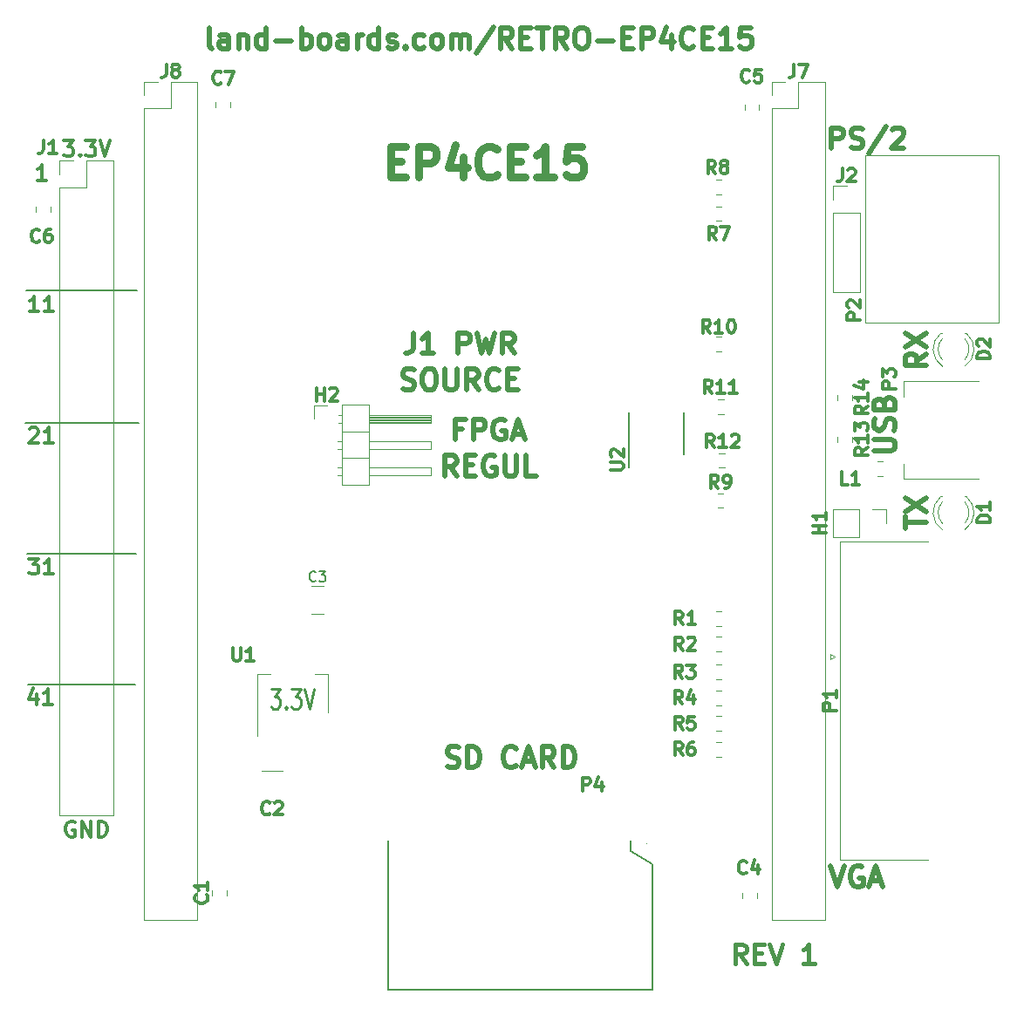
<source format=gbr>
G04 #@! TF.GenerationSoftware,KiCad,Pcbnew,(5.0.2)-1*
G04 #@! TF.CreationDate,2019-11-28T12:56:08-05:00*
G04 #@! TF.ProjectId,RETRO-EP4CE15,52455452-4f2d-4455-9034-434531352e6b,1*
G04 #@! TF.SameCoordinates,Original*
G04 #@! TF.FileFunction,Legend,Top*
G04 #@! TF.FilePolarity,Positive*
%FSLAX46Y46*%
G04 Gerber Fmt 4.6, Leading zero omitted, Abs format (unit mm)*
G04 Created by KiCad (PCBNEW (5.0.2)-1) date 11/28/2019 12:56:08 PM*
%MOMM*%
%LPD*%
G01*
G04 APERTURE LIST*
%ADD10C,0.500000*%
%ADD11C,0.300000*%
%ADD12C,0.200000*%
%ADD13C,0.285750*%
%ADD14C,0.750000*%
%ADD15C,0.381000*%
%ADD16C,0.120000*%
%ADD17C,0.150000*%
%ADD18C,0.010000*%
%ADD19C,0.317500*%
G04 APERTURE END LIST*
D10*
X52927571Y-50558142D02*
X52260904Y-50558142D01*
X52260904Y-51605761D02*
X52260904Y-49605761D01*
X53213285Y-49605761D01*
X53975190Y-51605761D02*
X53975190Y-49605761D01*
X54737095Y-49605761D01*
X54927571Y-49701000D01*
X55022809Y-49796238D01*
X55118047Y-49986714D01*
X55118047Y-50272428D01*
X55022809Y-50462904D01*
X54927571Y-50558142D01*
X54737095Y-50653380D01*
X53975190Y-50653380D01*
X57022809Y-49701000D02*
X56832333Y-49605761D01*
X56546619Y-49605761D01*
X56260904Y-49701000D01*
X56070428Y-49891476D01*
X55975190Y-50081952D01*
X55879952Y-50462904D01*
X55879952Y-50748619D01*
X55975190Y-51129571D01*
X56070428Y-51320047D01*
X56260904Y-51510523D01*
X56546619Y-51605761D01*
X56737095Y-51605761D01*
X57022809Y-51510523D01*
X57118047Y-51415285D01*
X57118047Y-50748619D01*
X56737095Y-50748619D01*
X57879952Y-51034333D02*
X58832333Y-51034333D01*
X57689476Y-51605761D02*
X58356142Y-49605761D01*
X59022809Y-51605761D01*
X52356142Y-55105761D02*
X51689476Y-54153380D01*
X51213285Y-55105761D02*
X51213285Y-53105761D01*
X51975190Y-53105761D01*
X52165666Y-53201000D01*
X52260904Y-53296238D01*
X52356142Y-53486714D01*
X52356142Y-53772428D01*
X52260904Y-53962904D01*
X52165666Y-54058142D01*
X51975190Y-54153380D01*
X51213285Y-54153380D01*
X53213285Y-54058142D02*
X53879952Y-54058142D01*
X54165666Y-55105761D02*
X53213285Y-55105761D01*
X53213285Y-53105761D01*
X54165666Y-53105761D01*
X56070428Y-53201000D02*
X55879952Y-53105761D01*
X55594238Y-53105761D01*
X55308523Y-53201000D01*
X55118047Y-53391476D01*
X55022809Y-53581952D01*
X54927571Y-53962904D01*
X54927571Y-54248619D01*
X55022809Y-54629571D01*
X55118047Y-54820047D01*
X55308523Y-55010523D01*
X55594238Y-55105761D01*
X55784714Y-55105761D01*
X56070428Y-55010523D01*
X56165666Y-54915285D01*
X56165666Y-54248619D01*
X55784714Y-54248619D01*
X57022809Y-53105761D02*
X57022809Y-54724809D01*
X57118047Y-54915285D01*
X57213285Y-55010523D01*
X57403761Y-55105761D01*
X57784714Y-55105761D01*
X57975190Y-55010523D01*
X58070428Y-54915285D01*
X58165666Y-54724809D01*
X58165666Y-53105761D01*
X60070428Y-55105761D02*
X59118047Y-55105761D01*
X59118047Y-53105761D01*
X97932761Y-43259333D02*
X96980380Y-43926000D01*
X97932761Y-44402190D02*
X95932761Y-44402190D01*
X95932761Y-43640285D01*
X96028000Y-43449809D01*
X96123238Y-43354571D01*
X96313714Y-43259333D01*
X96599428Y-43259333D01*
X96789904Y-43354571D01*
X96885142Y-43449809D01*
X96980380Y-43640285D01*
X96980380Y-44402190D01*
X95932761Y-42592666D02*
X97932761Y-41259333D01*
X95932761Y-41259333D02*
X97932761Y-42592666D01*
X95932761Y-60197809D02*
X95932761Y-59054952D01*
X97932761Y-59626380D02*
X95932761Y-59626380D01*
X95932761Y-58578761D02*
X97932761Y-57245428D01*
X95932761Y-57245428D02*
X97932761Y-58578761D01*
X48133571Y-41223761D02*
X48133571Y-42652333D01*
X48038333Y-42938047D01*
X47847857Y-43128523D01*
X47562142Y-43223761D01*
X47371666Y-43223761D01*
X50133571Y-43223761D02*
X48990714Y-43223761D01*
X49562142Y-43223761D02*
X49562142Y-41223761D01*
X49371666Y-41509476D01*
X49181190Y-41699952D01*
X48990714Y-41795190D01*
X52514523Y-43223761D02*
X52514523Y-41223761D01*
X53276428Y-41223761D01*
X53466904Y-41319000D01*
X53562142Y-41414238D01*
X53657380Y-41604714D01*
X53657380Y-41890428D01*
X53562142Y-42080904D01*
X53466904Y-42176142D01*
X53276428Y-42271380D01*
X52514523Y-42271380D01*
X54324047Y-41223761D02*
X54800238Y-43223761D01*
X55181190Y-41795190D01*
X55562142Y-43223761D01*
X56038333Y-41223761D01*
X57943095Y-43223761D02*
X57276428Y-42271380D01*
X56800238Y-43223761D02*
X56800238Y-41223761D01*
X57562142Y-41223761D01*
X57752619Y-41319000D01*
X57847857Y-41414238D01*
X57943095Y-41604714D01*
X57943095Y-41890428D01*
X57847857Y-42080904D01*
X57752619Y-42176142D01*
X57562142Y-42271380D01*
X56800238Y-42271380D01*
X47133571Y-46628523D02*
X47419285Y-46723761D01*
X47895476Y-46723761D01*
X48085952Y-46628523D01*
X48181190Y-46533285D01*
X48276428Y-46342809D01*
X48276428Y-46152333D01*
X48181190Y-45961857D01*
X48085952Y-45866619D01*
X47895476Y-45771380D01*
X47514523Y-45676142D01*
X47324047Y-45580904D01*
X47228809Y-45485666D01*
X47133571Y-45295190D01*
X47133571Y-45104714D01*
X47228809Y-44914238D01*
X47324047Y-44819000D01*
X47514523Y-44723761D01*
X47990714Y-44723761D01*
X48276428Y-44819000D01*
X49514523Y-44723761D02*
X49895476Y-44723761D01*
X50085952Y-44819000D01*
X50276428Y-45009476D01*
X50371666Y-45390428D01*
X50371666Y-46057095D01*
X50276428Y-46438047D01*
X50085952Y-46628523D01*
X49895476Y-46723761D01*
X49514523Y-46723761D01*
X49324047Y-46628523D01*
X49133571Y-46438047D01*
X49038333Y-46057095D01*
X49038333Y-45390428D01*
X49133571Y-45009476D01*
X49324047Y-44819000D01*
X49514523Y-44723761D01*
X51228809Y-44723761D02*
X51228809Y-46342809D01*
X51324047Y-46533285D01*
X51419285Y-46628523D01*
X51609761Y-46723761D01*
X51990714Y-46723761D01*
X52181190Y-46628523D01*
X52276428Y-46533285D01*
X52371666Y-46342809D01*
X52371666Y-44723761D01*
X54466904Y-46723761D02*
X53800238Y-45771380D01*
X53324047Y-46723761D02*
X53324047Y-44723761D01*
X54085952Y-44723761D01*
X54276428Y-44819000D01*
X54371666Y-44914238D01*
X54466904Y-45104714D01*
X54466904Y-45390428D01*
X54371666Y-45580904D01*
X54276428Y-45676142D01*
X54085952Y-45771380D01*
X53324047Y-45771380D01*
X56466904Y-46533285D02*
X56371666Y-46628523D01*
X56085952Y-46723761D01*
X55895476Y-46723761D01*
X55609761Y-46628523D01*
X55419285Y-46438047D01*
X55324047Y-46247571D01*
X55228809Y-45866619D01*
X55228809Y-45580904D01*
X55324047Y-45199952D01*
X55419285Y-45009476D01*
X55609761Y-44819000D01*
X55895476Y-44723761D01*
X56085952Y-44723761D01*
X56371666Y-44819000D01*
X56466904Y-44914238D01*
X57324047Y-45676142D02*
X57990714Y-45676142D01*
X58276428Y-46723761D02*
X57324047Y-46723761D01*
X57324047Y-44723761D01*
X58276428Y-44723761D01*
X88662190Y-92986361D02*
X89328857Y-94986361D01*
X89995523Y-92986361D01*
X91709809Y-93081600D02*
X91519333Y-92986361D01*
X91233619Y-92986361D01*
X90947904Y-93081600D01*
X90757428Y-93272076D01*
X90662190Y-93462552D01*
X90566952Y-93843504D01*
X90566952Y-94129219D01*
X90662190Y-94510171D01*
X90757428Y-94700647D01*
X90947904Y-94891123D01*
X91233619Y-94986361D01*
X91424095Y-94986361D01*
X91709809Y-94891123D01*
X91805047Y-94795885D01*
X91805047Y-94129219D01*
X91424095Y-94129219D01*
X92566952Y-94414933D02*
X93519333Y-94414933D01*
X92376476Y-94986361D02*
X93043142Y-92986361D01*
X93709809Y-94986361D01*
X51442123Y-83308723D02*
X51727838Y-83403961D01*
X52204028Y-83403961D01*
X52394504Y-83308723D01*
X52489742Y-83213485D01*
X52584980Y-83023009D01*
X52584980Y-82832533D01*
X52489742Y-82642057D01*
X52394504Y-82546819D01*
X52204028Y-82451580D01*
X51823076Y-82356342D01*
X51632600Y-82261104D01*
X51537361Y-82165866D01*
X51442123Y-81975390D01*
X51442123Y-81784914D01*
X51537361Y-81594438D01*
X51632600Y-81499200D01*
X51823076Y-81403961D01*
X52299266Y-81403961D01*
X52584980Y-81499200D01*
X53442123Y-83403961D02*
X53442123Y-81403961D01*
X53918314Y-81403961D01*
X54204028Y-81499200D01*
X54394504Y-81689676D01*
X54489742Y-81880152D01*
X54584980Y-82261104D01*
X54584980Y-82546819D01*
X54489742Y-82927771D01*
X54394504Y-83118247D01*
X54204028Y-83308723D01*
X53918314Y-83403961D01*
X53442123Y-83403961D01*
X58108790Y-83213485D02*
X58013552Y-83308723D01*
X57727838Y-83403961D01*
X57537361Y-83403961D01*
X57251647Y-83308723D01*
X57061171Y-83118247D01*
X56965933Y-82927771D01*
X56870695Y-82546819D01*
X56870695Y-82261104D01*
X56965933Y-81880152D01*
X57061171Y-81689676D01*
X57251647Y-81499200D01*
X57537361Y-81403961D01*
X57727838Y-81403961D01*
X58013552Y-81499200D01*
X58108790Y-81594438D01*
X58870695Y-82832533D02*
X59823076Y-82832533D01*
X58680219Y-83403961D02*
X59346885Y-81403961D01*
X60013552Y-83403961D01*
X61823076Y-83403961D02*
X61156409Y-82451580D01*
X60680219Y-83403961D02*
X60680219Y-81403961D01*
X61442123Y-81403961D01*
X61632600Y-81499200D01*
X61727838Y-81594438D01*
X61823076Y-81784914D01*
X61823076Y-82070628D01*
X61727838Y-82261104D01*
X61632600Y-82356342D01*
X61442123Y-82451580D01*
X60680219Y-82451580D01*
X62680219Y-83403961D02*
X62680219Y-81403961D01*
X63156409Y-81403961D01*
X63442123Y-81499200D01*
X63632600Y-81689676D01*
X63727838Y-81880152D01*
X63823076Y-82261104D01*
X63823076Y-82546819D01*
X63727838Y-82927771D01*
X63632600Y-83118247D01*
X63442123Y-83308723D01*
X63156409Y-83403961D01*
X62680219Y-83403961D01*
D11*
X14219514Y-22571971D02*
X15148085Y-22571971D01*
X14648085Y-23143400D01*
X14862371Y-23143400D01*
X15005228Y-23214828D01*
X15076657Y-23286257D01*
X15148085Y-23429114D01*
X15148085Y-23786257D01*
X15076657Y-23929114D01*
X15005228Y-24000542D01*
X14862371Y-24071971D01*
X14433800Y-24071971D01*
X14290942Y-24000542D01*
X14219514Y-23929114D01*
X15790942Y-23929114D02*
X15862371Y-24000542D01*
X15790942Y-24071971D01*
X15719514Y-24000542D01*
X15790942Y-23929114D01*
X15790942Y-24071971D01*
X16362371Y-22571971D02*
X17290942Y-22571971D01*
X16790942Y-23143400D01*
X17005228Y-23143400D01*
X17148085Y-23214828D01*
X17219514Y-23286257D01*
X17290942Y-23429114D01*
X17290942Y-23786257D01*
X17219514Y-23929114D01*
X17148085Y-24000542D01*
X17005228Y-24071971D01*
X16576657Y-24071971D01*
X16433800Y-24000542D01*
X16362371Y-23929114D01*
X17719514Y-22571971D02*
X18219514Y-24071971D01*
X18719514Y-22571971D01*
X15265542Y-88708800D02*
X15122685Y-88637371D01*
X14908400Y-88637371D01*
X14694114Y-88708800D01*
X14551257Y-88851657D01*
X14479828Y-88994514D01*
X14408400Y-89280228D01*
X14408400Y-89494514D01*
X14479828Y-89780228D01*
X14551257Y-89923085D01*
X14694114Y-90065942D01*
X14908400Y-90137371D01*
X15051257Y-90137371D01*
X15265542Y-90065942D01*
X15336971Y-89994514D01*
X15336971Y-89494514D01*
X15051257Y-89494514D01*
X15979828Y-90137371D02*
X15979828Y-88637371D01*
X16836971Y-90137371D01*
X16836971Y-88637371D01*
X17551257Y-90137371D02*
X17551257Y-88637371D01*
X17908400Y-88637371D01*
X18122685Y-88708800D01*
X18265542Y-88851657D01*
X18336971Y-88994514D01*
X18408400Y-89280228D01*
X18408400Y-89494514D01*
X18336971Y-89780228D01*
X18265542Y-89923085D01*
X18122685Y-90065942D01*
X17908400Y-90137371D01*
X17551257Y-90137371D01*
X11560228Y-76284971D02*
X11560228Y-77284971D01*
X11203085Y-75713542D02*
X10845942Y-76784971D01*
X11774514Y-76784971D01*
X13131657Y-77284971D02*
X12274514Y-77284971D01*
X12703085Y-77284971D02*
X12703085Y-75784971D01*
X12560228Y-75999257D01*
X12417371Y-76142114D01*
X12274514Y-76213542D01*
X10850714Y-63135771D02*
X11779285Y-63135771D01*
X11279285Y-63707200D01*
X11493571Y-63707200D01*
X11636428Y-63778628D01*
X11707857Y-63850057D01*
X11779285Y-63992914D01*
X11779285Y-64350057D01*
X11707857Y-64492914D01*
X11636428Y-64564342D01*
X11493571Y-64635771D01*
X11065000Y-64635771D01*
X10922142Y-64564342D01*
X10850714Y-64492914D01*
X13207857Y-64635771D02*
X12350714Y-64635771D01*
X12779285Y-64635771D02*
X12779285Y-63135771D01*
X12636428Y-63350057D01*
X12493571Y-63492914D01*
X12350714Y-63564342D01*
X10896742Y-50553228D02*
X10968171Y-50481800D01*
X11111028Y-50410371D01*
X11468171Y-50410371D01*
X11611028Y-50481800D01*
X11682457Y-50553228D01*
X11753885Y-50696085D01*
X11753885Y-50838942D01*
X11682457Y-51053228D01*
X10825314Y-51910371D01*
X11753885Y-51910371D01*
X13182457Y-51910371D02*
X12325314Y-51910371D01*
X12753885Y-51910371D02*
X12753885Y-50410371D01*
X12611028Y-50624657D01*
X12468171Y-50767514D01*
X12325314Y-50838942D01*
X11779285Y-39159571D02*
X10922142Y-39159571D01*
X11350714Y-39159571D02*
X11350714Y-37659571D01*
X11207857Y-37873857D01*
X11065000Y-38016714D01*
X10922142Y-38088142D01*
X13207857Y-39159571D02*
X12350714Y-39159571D01*
X12779285Y-39159571D02*
X12779285Y-37659571D01*
X12636428Y-37873857D01*
X12493571Y-38016714D01*
X12350714Y-38088142D01*
X12544371Y-26408771D02*
X11687228Y-26408771D01*
X12115800Y-26408771D02*
X12115800Y-24908771D01*
X11972942Y-25123057D01*
X11830085Y-25265914D01*
X11687228Y-25337342D01*
D12*
X21158200Y-75361800D02*
X10718800Y-75387200D01*
X21234400Y-62687200D02*
X10668000Y-62661800D01*
X21513800Y-49961800D02*
X10490200Y-49961800D01*
X21336000Y-37134800D02*
X10541000Y-37134800D01*
D10*
X92884761Y-52688809D02*
X94503809Y-52688809D01*
X94694285Y-52593571D01*
X94789523Y-52498333D01*
X94884761Y-52307857D01*
X94884761Y-51926904D01*
X94789523Y-51736428D01*
X94694285Y-51641190D01*
X94503809Y-51545952D01*
X92884761Y-51545952D01*
X94789523Y-50688809D02*
X94884761Y-50403095D01*
X94884761Y-49926904D01*
X94789523Y-49736428D01*
X94694285Y-49641190D01*
X94503809Y-49545952D01*
X94313333Y-49545952D01*
X94122857Y-49641190D01*
X94027619Y-49736428D01*
X93932380Y-49926904D01*
X93837142Y-50307857D01*
X93741904Y-50498333D01*
X93646666Y-50593571D01*
X93456190Y-50688809D01*
X93265714Y-50688809D01*
X93075238Y-50593571D01*
X92980000Y-50498333D01*
X92884761Y-50307857D01*
X92884761Y-49831666D01*
X92980000Y-49545952D01*
X93837142Y-48022142D02*
X93932380Y-47736428D01*
X94027619Y-47641190D01*
X94218095Y-47545952D01*
X94503809Y-47545952D01*
X94694285Y-47641190D01*
X94789523Y-47736428D01*
X94884761Y-47926904D01*
X94884761Y-48688809D01*
X92884761Y-48688809D01*
X92884761Y-48022142D01*
X92980000Y-47831666D01*
X93075238Y-47736428D01*
X93265714Y-47641190D01*
X93456190Y-47641190D01*
X93646666Y-47736428D01*
X93741904Y-47831666D01*
X93837142Y-48022142D01*
X93837142Y-48688809D01*
D13*
X34335961Y-75791785D02*
X35200771Y-75791785D01*
X34735104Y-76517500D01*
X34934676Y-76517500D01*
X35067723Y-76608214D01*
X35134247Y-76698928D01*
X35200771Y-76880357D01*
X35200771Y-77333928D01*
X35134247Y-77515357D01*
X35067723Y-77606071D01*
X34934676Y-77696785D01*
X34535533Y-77696785D01*
X34402485Y-77606071D01*
X34335961Y-77515357D01*
X35799485Y-77515357D02*
X35866009Y-77606071D01*
X35799485Y-77696785D01*
X35732961Y-77606071D01*
X35799485Y-77515357D01*
X35799485Y-77696785D01*
X36331676Y-75791785D02*
X37196485Y-75791785D01*
X36730819Y-76517500D01*
X36930390Y-76517500D01*
X37063438Y-76608214D01*
X37129961Y-76698928D01*
X37196485Y-76880357D01*
X37196485Y-77333928D01*
X37129961Y-77515357D01*
X37063438Y-77606071D01*
X36930390Y-77696785D01*
X36531247Y-77696785D01*
X36398200Y-77606071D01*
X36331676Y-77515357D01*
X37595628Y-75791785D02*
X38061295Y-77696785D01*
X38526961Y-75791785D01*
D10*
X88723809Y-23304761D02*
X88723809Y-21304761D01*
X89485714Y-21304761D01*
X89676190Y-21400000D01*
X89771428Y-21495238D01*
X89866666Y-21685714D01*
X89866666Y-21971428D01*
X89771428Y-22161904D01*
X89676190Y-22257142D01*
X89485714Y-22352380D01*
X88723809Y-22352380D01*
X90628571Y-23209523D02*
X90914285Y-23304761D01*
X91390476Y-23304761D01*
X91580952Y-23209523D01*
X91676190Y-23114285D01*
X91771428Y-22923809D01*
X91771428Y-22733333D01*
X91676190Y-22542857D01*
X91580952Y-22447619D01*
X91390476Y-22352380D01*
X91009523Y-22257142D01*
X90819047Y-22161904D01*
X90723809Y-22066666D01*
X90628571Y-21876190D01*
X90628571Y-21685714D01*
X90723809Y-21495238D01*
X90819047Y-21400000D01*
X91009523Y-21304761D01*
X91485714Y-21304761D01*
X91771428Y-21400000D01*
X94057142Y-21209523D02*
X92342857Y-23780952D01*
X94628571Y-21495238D02*
X94723809Y-21400000D01*
X94914285Y-21304761D01*
X95390476Y-21304761D01*
X95580952Y-21400000D01*
X95676190Y-21495238D01*
X95771428Y-21685714D01*
X95771428Y-21876190D01*
X95676190Y-22161904D01*
X94533333Y-23304761D01*
X95771428Y-23304761D01*
D14*
X45959285Y-24550714D02*
X46959285Y-24550714D01*
X47387857Y-26122142D02*
X45959285Y-26122142D01*
X45959285Y-23122142D01*
X47387857Y-23122142D01*
X48673571Y-26122142D02*
X48673571Y-23122142D01*
X49816428Y-23122142D01*
X50102142Y-23265000D01*
X50245000Y-23407857D01*
X50387857Y-23693571D01*
X50387857Y-24122142D01*
X50245000Y-24407857D01*
X50102142Y-24550714D01*
X49816428Y-24693571D01*
X48673571Y-24693571D01*
X52959285Y-24122142D02*
X52959285Y-26122142D01*
X52245000Y-22979285D02*
X51530714Y-25122142D01*
X53387857Y-25122142D01*
X56245000Y-25836428D02*
X56102142Y-25979285D01*
X55673571Y-26122142D01*
X55387857Y-26122142D01*
X54959285Y-25979285D01*
X54673571Y-25693571D01*
X54530714Y-25407857D01*
X54387857Y-24836428D01*
X54387857Y-24407857D01*
X54530714Y-23836428D01*
X54673571Y-23550714D01*
X54959285Y-23265000D01*
X55387857Y-23122142D01*
X55673571Y-23122142D01*
X56102142Y-23265000D01*
X56245000Y-23407857D01*
X57530714Y-24550714D02*
X58530714Y-24550714D01*
X58959285Y-26122142D02*
X57530714Y-26122142D01*
X57530714Y-23122142D01*
X58959285Y-23122142D01*
X61816428Y-26122142D02*
X60102142Y-26122142D01*
X60959285Y-26122142D02*
X60959285Y-23122142D01*
X60673571Y-23550714D01*
X60387857Y-23836428D01*
X60102142Y-23979285D01*
X64530714Y-23122142D02*
X63102142Y-23122142D01*
X62959285Y-24550714D01*
X63102142Y-24407857D01*
X63387857Y-24265000D01*
X64102142Y-24265000D01*
X64387857Y-24407857D01*
X64530714Y-24550714D01*
X64673571Y-24836428D01*
X64673571Y-25550714D01*
X64530714Y-25836428D01*
X64387857Y-25979285D01*
X64102142Y-26122142D01*
X63387857Y-26122142D01*
X63102142Y-25979285D01*
X62959285Y-25836428D01*
D15*
X80463571Y-102461785D02*
X79828571Y-101554642D01*
X79375000Y-102461785D02*
X79375000Y-100556785D01*
X80100714Y-100556785D01*
X80282142Y-100647500D01*
X80372857Y-100738214D01*
X80463571Y-100919642D01*
X80463571Y-101191785D01*
X80372857Y-101373214D01*
X80282142Y-101463928D01*
X80100714Y-101554642D01*
X79375000Y-101554642D01*
X81280000Y-101463928D02*
X81915000Y-101463928D01*
X82187142Y-102461785D02*
X81280000Y-102461785D01*
X81280000Y-100556785D01*
X82187142Y-100556785D01*
X82731428Y-100556785D02*
X83366428Y-102461785D01*
X84001428Y-100556785D01*
X87085714Y-102461785D02*
X85997142Y-102461785D01*
X86541428Y-102461785D02*
X86541428Y-100556785D01*
X86360000Y-100828928D01*
X86178571Y-101010357D01*
X85997142Y-101101071D01*
D10*
X28609999Y-13604761D02*
X28419523Y-13509523D01*
X28324285Y-13319047D01*
X28324285Y-11604761D01*
X30229047Y-13604761D02*
X30229047Y-12557142D01*
X30133809Y-12366666D01*
X29943333Y-12271428D01*
X29562380Y-12271428D01*
X29371904Y-12366666D01*
X30229047Y-13509523D02*
X30038571Y-13604761D01*
X29562380Y-13604761D01*
X29371904Y-13509523D01*
X29276666Y-13319047D01*
X29276666Y-13128571D01*
X29371904Y-12938095D01*
X29562380Y-12842857D01*
X30038571Y-12842857D01*
X30229047Y-12747619D01*
X31181428Y-12271428D02*
X31181428Y-13604761D01*
X31181428Y-12461904D02*
X31276666Y-12366666D01*
X31467142Y-12271428D01*
X31752857Y-12271428D01*
X31943333Y-12366666D01*
X32038571Y-12557142D01*
X32038571Y-13604761D01*
X33848095Y-13604761D02*
X33848095Y-11604761D01*
X33848095Y-13509523D02*
X33657619Y-13604761D01*
X33276666Y-13604761D01*
X33086190Y-13509523D01*
X32990952Y-13414285D01*
X32895714Y-13223809D01*
X32895714Y-12652380D01*
X32990952Y-12461904D01*
X33086190Y-12366666D01*
X33276666Y-12271428D01*
X33657619Y-12271428D01*
X33848095Y-12366666D01*
X34800476Y-12842857D02*
X36324285Y-12842857D01*
X37276666Y-13604761D02*
X37276666Y-11604761D01*
X37276666Y-12366666D02*
X37467142Y-12271428D01*
X37848095Y-12271428D01*
X38038571Y-12366666D01*
X38133809Y-12461904D01*
X38229047Y-12652380D01*
X38229047Y-13223809D01*
X38133809Y-13414285D01*
X38038571Y-13509523D01*
X37848095Y-13604761D01*
X37467142Y-13604761D01*
X37276666Y-13509523D01*
X39371904Y-13604761D02*
X39181428Y-13509523D01*
X39086190Y-13414285D01*
X38990952Y-13223809D01*
X38990952Y-12652380D01*
X39086190Y-12461904D01*
X39181428Y-12366666D01*
X39371904Y-12271428D01*
X39657619Y-12271428D01*
X39848095Y-12366666D01*
X39943333Y-12461904D01*
X40038571Y-12652380D01*
X40038571Y-13223809D01*
X39943333Y-13414285D01*
X39848095Y-13509523D01*
X39657619Y-13604761D01*
X39371904Y-13604761D01*
X41752857Y-13604761D02*
X41752857Y-12557142D01*
X41657619Y-12366666D01*
X41467142Y-12271428D01*
X41086190Y-12271428D01*
X40895714Y-12366666D01*
X41752857Y-13509523D02*
X41562380Y-13604761D01*
X41086190Y-13604761D01*
X40895714Y-13509523D01*
X40800476Y-13319047D01*
X40800476Y-13128571D01*
X40895714Y-12938095D01*
X41086190Y-12842857D01*
X41562380Y-12842857D01*
X41752857Y-12747619D01*
X42705238Y-13604761D02*
X42705238Y-12271428D01*
X42705238Y-12652380D02*
X42800476Y-12461904D01*
X42895714Y-12366666D01*
X43086190Y-12271428D01*
X43276666Y-12271428D01*
X44800476Y-13604761D02*
X44800476Y-11604761D01*
X44800476Y-13509523D02*
X44610000Y-13604761D01*
X44229047Y-13604761D01*
X44038571Y-13509523D01*
X43943333Y-13414285D01*
X43848095Y-13223809D01*
X43848095Y-12652380D01*
X43943333Y-12461904D01*
X44038571Y-12366666D01*
X44229047Y-12271428D01*
X44610000Y-12271428D01*
X44800476Y-12366666D01*
X45657619Y-13509523D02*
X45848095Y-13604761D01*
X46229047Y-13604761D01*
X46419523Y-13509523D01*
X46514761Y-13319047D01*
X46514761Y-13223809D01*
X46419523Y-13033333D01*
X46229047Y-12938095D01*
X45943333Y-12938095D01*
X45752857Y-12842857D01*
X45657619Y-12652380D01*
X45657619Y-12557142D01*
X45752857Y-12366666D01*
X45943333Y-12271428D01*
X46229047Y-12271428D01*
X46419523Y-12366666D01*
X47371904Y-13414285D02*
X47467142Y-13509523D01*
X47371904Y-13604761D01*
X47276666Y-13509523D01*
X47371904Y-13414285D01*
X47371904Y-13604761D01*
X49181428Y-13509523D02*
X48990952Y-13604761D01*
X48610000Y-13604761D01*
X48419523Y-13509523D01*
X48324285Y-13414285D01*
X48229047Y-13223809D01*
X48229047Y-12652380D01*
X48324285Y-12461904D01*
X48419523Y-12366666D01*
X48610000Y-12271428D01*
X48990952Y-12271428D01*
X49181428Y-12366666D01*
X50324285Y-13604761D02*
X50133809Y-13509523D01*
X50038571Y-13414285D01*
X49943333Y-13223809D01*
X49943333Y-12652380D01*
X50038571Y-12461904D01*
X50133809Y-12366666D01*
X50324285Y-12271428D01*
X50610000Y-12271428D01*
X50800476Y-12366666D01*
X50895714Y-12461904D01*
X50990952Y-12652380D01*
X50990952Y-13223809D01*
X50895714Y-13414285D01*
X50800476Y-13509523D01*
X50610000Y-13604761D01*
X50324285Y-13604761D01*
X51848095Y-13604761D02*
X51848095Y-12271428D01*
X51848095Y-12461904D02*
X51943333Y-12366666D01*
X52133809Y-12271428D01*
X52419523Y-12271428D01*
X52610000Y-12366666D01*
X52705238Y-12557142D01*
X52705238Y-13604761D01*
X52705238Y-12557142D02*
X52800476Y-12366666D01*
X52990952Y-12271428D01*
X53276666Y-12271428D01*
X53467142Y-12366666D01*
X53562380Y-12557142D01*
X53562380Y-13604761D01*
X55943333Y-11509523D02*
X54229047Y-14080952D01*
X57752857Y-13604761D02*
X57086190Y-12652380D01*
X56610000Y-13604761D02*
X56610000Y-11604761D01*
X57371904Y-11604761D01*
X57562380Y-11700000D01*
X57657619Y-11795238D01*
X57752857Y-11985714D01*
X57752857Y-12271428D01*
X57657619Y-12461904D01*
X57562380Y-12557142D01*
X57371904Y-12652380D01*
X56610000Y-12652380D01*
X58610000Y-12557142D02*
X59276666Y-12557142D01*
X59562380Y-13604761D02*
X58610000Y-13604761D01*
X58610000Y-11604761D01*
X59562380Y-11604761D01*
X60133809Y-11604761D02*
X61276666Y-11604761D01*
X60705238Y-13604761D02*
X60705238Y-11604761D01*
X63086190Y-13604761D02*
X62419523Y-12652380D01*
X61943333Y-13604761D02*
X61943333Y-11604761D01*
X62705238Y-11604761D01*
X62895714Y-11700000D01*
X62990952Y-11795238D01*
X63086190Y-11985714D01*
X63086190Y-12271428D01*
X62990952Y-12461904D01*
X62895714Y-12557142D01*
X62705238Y-12652380D01*
X61943333Y-12652380D01*
X64324285Y-11604761D02*
X64705238Y-11604761D01*
X64895714Y-11700000D01*
X65086190Y-11890476D01*
X65181428Y-12271428D01*
X65181428Y-12938095D01*
X65086190Y-13319047D01*
X64895714Y-13509523D01*
X64705238Y-13604761D01*
X64324285Y-13604761D01*
X64133809Y-13509523D01*
X63943333Y-13319047D01*
X63848095Y-12938095D01*
X63848095Y-12271428D01*
X63943333Y-11890476D01*
X64133809Y-11700000D01*
X64324285Y-11604761D01*
X66038571Y-12842857D02*
X67562380Y-12842857D01*
X68514761Y-12557142D02*
X69181428Y-12557142D01*
X69467142Y-13604761D02*
X68514761Y-13604761D01*
X68514761Y-11604761D01*
X69467142Y-11604761D01*
X70324285Y-13604761D02*
X70324285Y-11604761D01*
X71086190Y-11604761D01*
X71276666Y-11700000D01*
X71371904Y-11795238D01*
X71467142Y-11985714D01*
X71467142Y-12271428D01*
X71371904Y-12461904D01*
X71276666Y-12557142D01*
X71086190Y-12652380D01*
X70324285Y-12652380D01*
X73181428Y-12271428D02*
X73181428Y-13604761D01*
X72705238Y-11509523D02*
X72229047Y-12938095D01*
X73467142Y-12938095D01*
X75371904Y-13414285D02*
X75276666Y-13509523D01*
X74990952Y-13604761D01*
X74800476Y-13604761D01*
X74514761Y-13509523D01*
X74324285Y-13319047D01*
X74229047Y-13128571D01*
X74133809Y-12747619D01*
X74133809Y-12461904D01*
X74229047Y-12080952D01*
X74324285Y-11890476D01*
X74514761Y-11700000D01*
X74800476Y-11604761D01*
X74990952Y-11604761D01*
X75276666Y-11700000D01*
X75371904Y-11795238D01*
X76229047Y-12557142D02*
X76895714Y-12557142D01*
X77181428Y-13604761D02*
X76229047Y-13604761D01*
X76229047Y-11604761D01*
X77181428Y-11604761D01*
X79086190Y-13604761D02*
X77943333Y-13604761D01*
X78514761Y-13604761D02*
X78514761Y-11604761D01*
X78324285Y-11890476D01*
X78133809Y-12080952D01*
X77943333Y-12176190D01*
X80895714Y-11604761D02*
X79943333Y-11604761D01*
X79848095Y-12557142D01*
X79943333Y-12461904D01*
X80133809Y-12366666D01*
X80609999Y-12366666D01*
X80800476Y-12461904D01*
X80895714Y-12557142D01*
X80990952Y-12747619D01*
X80990952Y-13223809D01*
X80895714Y-13414285D01*
X80800476Y-13509523D01*
X80609999Y-13604761D01*
X80133809Y-13604761D01*
X79943333Y-13509523D01*
X79848095Y-13414285D01*
D16*
G04 #@! TO.C,R7*
X78061452Y-30351800D02*
X77538948Y-30351800D01*
X78061452Y-28931800D02*
X77538948Y-28931800D01*
G04 #@! TO.C,D2*
X99504000Y-41239000D02*
X99348000Y-41239000D01*
X101820000Y-41239000D02*
X101664000Y-41239000D01*
X99504163Y-43840130D02*
G75*
G02X99504000Y-41758039I1079837J1041130D01*
G01*
X101663837Y-43840130D02*
G75*
G03X101664000Y-41758039I-1079837J1041130D01*
G01*
X99505392Y-44471335D02*
G75*
G02X99348484Y-41239000I1078608J1672335D01*
G01*
X101662608Y-44471335D02*
G75*
G03X101819516Y-41239000I-1078608J1672335D01*
G01*
G04 #@! TO.C,J7*
X82920000Y-16836000D02*
X84250000Y-16836000D01*
X82920000Y-18166000D02*
X82920000Y-16836000D01*
X85520000Y-16836000D02*
X88120000Y-16836000D01*
X85520000Y-19436000D02*
X85520000Y-16836000D01*
X82920000Y-19436000D02*
X85520000Y-19436000D01*
X88120000Y-16836000D02*
X88120000Y-98236000D01*
X82920000Y-19436000D02*
X82920000Y-98236000D01*
X82920000Y-98236000D02*
X88120000Y-98236000D01*
G04 #@! TO.C,J8*
X21980000Y-16836000D02*
X23310000Y-16836000D01*
X21980000Y-18166000D02*
X21980000Y-16836000D01*
X24580000Y-16836000D02*
X27180000Y-16836000D01*
X24580000Y-19436000D02*
X24580000Y-16836000D01*
X21980000Y-19436000D02*
X24580000Y-19436000D01*
X27180000Y-16836000D02*
X27180000Y-98236000D01*
X21980000Y-19436000D02*
X21980000Y-98236000D01*
X21980000Y-98236000D02*
X27180000Y-98236000D01*
G04 #@! TO.C,R8*
X78061452Y-26341000D02*
X77538948Y-26341000D01*
X78061452Y-27761000D02*
X77538948Y-27761000D01*
G04 #@! TO.C,P2*
X92000000Y-24000000D02*
X105000000Y-24000000D01*
X92000000Y-40200000D02*
X105000000Y-40200000D01*
X92000000Y-40200000D02*
X92000000Y-24000000D01*
X105000000Y-40200000D02*
X105000000Y-24000000D01*
G04 #@! TO.C,C2*
X33417000Y-86671600D02*
X35417000Y-86671600D01*
X35417000Y-83711600D02*
X33417000Y-83711600D01*
G04 #@! TO.C,U1*
X39833600Y-74315400D02*
X38573600Y-74315400D01*
X33013600Y-74315400D02*
X34273600Y-74315400D01*
X39833600Y-78075400D02*
X39833600Y-74315400D01*
X33013600Y-80325400D02*
X33013600Y-74315400D01*
G04 #@! TO.C,R1*
X77559348Y-69667000D02*
X78081852Y-69667000D01*
X77559348Y-68247000D02*
X78081852Y-68247000D01*
G04 #@! TO.C,R2*
X77559348Y-70747000D02*
X78081852Y-70747000D01*
X77559348Y-72167000D02*
X78081852Y-72167000D01*
G04 #@! TO.C,R3*
X77508548Y-74868600D02*
X78031052Y-74868600D01*
X77508548Y-73448600D02*
X78031052Y-73448600D01*
G04 #@! TO.C,R4*
X77508548Y-75948600D02*
X78031052Y-75948600D01*
X77508548Y-77368600D02*
X78031052Y-77368600D01*
G04 #@! TO.C,R5*
X77533948Y-79867000D02*
X78056452Y-79867000D01*
X77533948Y-78447000D02*
X78056452Y-78447000D01*
G04 #@! TO.C,R6*
X77533948Y-80947000D02*
X78056452Y-80947000D01*
X77533948Y-82367000D02*
X78056452Y-82367000D01*
G04 #@! TO.C,H1*
X94040000Y-58360000D02*
X94040000Y-59690000D01*
X92710000Y-58360000D02*
X94040000Y-58360000D01*
X91440000Y-58360000D02*
X91440000Y-61020000D01*
X91440000Y-61020000D02*
X88840000Y-61020000D01*
X91440000Y-58360000D02*
X88840000Y-58360000D01*
X88840000Y-58360000D02*
X88840000Y-61020000D01*
G04 #@! TO.C,J2*
X88870000Y-26970000D02*
X90200000Y-26970000D01*
X88870000Y-28300000D02*
X88870000Y-26970000D01*
X88870000Y-29570000D02*
X91530000Y-29570000D01*
X91530000Y-29570000D02*
X91530000Y-37250000D01*
X88870000Y-29570000D02*
X88870000Y-37250000D01*
X88870000Y-37250000D02*
X91530000Y-37250000D01*
G04 #@! TO.C,D1*
X101662608Y-60346335D02*
G75*
G03X101819516Y-57114000I-1078608J1672335D01*
G01*
X99505392Y-60346335D02*
G75*
G02X99348484Y-57114000I1078608J1672335D01*
G01*
X101663837Y-59715130D02*
G75*
G03X101664000Y-57633039I-1079837J1041130D01*
G01*
X99504163Y-59715130D02*
G75*
G02X99504000Y-57633039I1079837J1041130D01*
G01*
X101820000Y-57114000D02*
X101664000Y-57114000D01*
X99504000Y-57114000D02*
X99348000Y-57114000D01*
G04 #@! TO.C,R9*
X77716748Y-56795600D02*
X78239252Y-56795600D01*
X77716748Y-58215600D02*
X78239252Y-58215600D01*
G04 #@! TO.C,R10*
X77513548Y-43001000D02*
X78036052Y-43001000D01*
X77513548Y-41581000D02*
X78036052Y-41581000D01*
G04 #@! TO.C,R11*
X78264652Y-49122400D02*
X77742148Y-49122400D01*
X78264652Y-47702400D02*
X77742148Y-47702400D01*
G04 #@! TO.C,R12*
X78340852Y-52884000D02*
X77818348Y-52884000D01*
X78340852Y-54304000D02*
X77818348Y-54304000D01*
G04 #@! TO.C,P1*
X98141400Y-92418600D02*
X89541400Y-92418600D01*
X89541400Y-92418600D02*
X89541400Y-61448600D01*
X89541400Y-61448600D02*
X98141400Y-61448600D01*
X88647062Y-72868600D02*
X88647062Y-72368600D01*
X88647062Y-72368600D02*
X89080075Y-72618600D01*
X89080075Y-72618600D02*
X88647062Y-72868600D01*
D17*
G04 #@! TO.C,U2*
X74430000Y-52977800D02*
X74430000Y-48977800D01*
X69030000Y-54252800D02*
X69030000Y-48977800D01*
D16*
G04 #@! TO.C,J1*
X13810000Y-88090000D02*
X19010000Y-88090000D01*
X13810000Y-27070000D02*
X13810000Y-88090000D01*
X19010000Y-24470000D02*
X19010000Y-88090000D01*
X13810000Y-27070000D02*
X16410000Y-27070000D01*
X16410000Y-27070000D02*
X16410000Y-24470000D01*
X16410000Y-24470000D02*
X19010000Y-24470000D01*
X13810000Y-25800000D02*
X13810000Y-24470000D01*
X13810000Y-24470000D02*
X15140000Y-24470000D01*
G04 #@! TO.C,C1*
X28576200Y-95841452D02*
X28576200Y-95318948D01*
X29996200Y-95841452D02*
X29996200Y-95318948D01*
G04 #@! TO.C,C4*
X80062000Y-96120852D02*
X80062000Y-95598348D01*
X81482000Y-96120852D02*
X81482000Y-95598348D01*
G04 #@! TO.C,C6*
X11532800Y-28948748D02*
X11532800Y-29471252D01*
X12952800Y-28948748D02*
X12952800Y-29471252D01*
G04 #@! TO.C,C5*
X80290600Y-19539852D02*
X80290600Y-19017348D01*
X81710600Y-19539852D02*
X81710600Y-19017348D01*
G04 #@! TO.C,C7*
X30377200Y-19336652D02*
X30377200Y-18814148D01*
X28957200Y-19336652D02*
X28957200Y-18814148D01*
G04 #@! TO.C,L1*
X93682452Y-55142200D02*
X93159948Y-55142200D01*
X93682452Y-53722200D02*
X93159948Y-53722200D01*
D17*
G04 #@! TO.C,P4*
X45720000Y-102108000D02*
X45720000Y-105029000D01*
X45720000Y-105029000D02*
X71247000Y-105029000D01*
X71247000Y-105029000D02*
X71374000Y-105029000D01*
X71374000Y-105029000D02*
X71374000Y-102108000D01*
X45720000Y-90551000D02*
X45720000Y-102108000D01*
X71374000Y-102108000D02*
X71374000Y-92837000D01*
X71374000Y-92837000D02*
X69215000Y-91567000D01*
X69215000Y-91567000D02*
X69215000Y-90551000D01*
D18*
X70779000Y-90763000D02*
X70779000Y-90753000D01*
D16*
G04 #@! TO.C,P3*
X95722000Y-47423000D02*
X95722000Y-45923000D01*
X95722000Y-45923000D02*
X102982000Y-45923000D01*
X95722000Y-55423000D02*
X102982000Y-55423000D01*
X95722000Y-55423000D02*
X95722000Y-53923000D01*
G04 #@! TO.C,R13*
X90753000Y-51291748D02*
X90753000Y-51814252D01*
X89333000Y-51291748D02*
X89333000Y-51814252D01*
G04 #@! TO.C,R14*
X89333000Y-47236748D02*
X89333000Y-47759252D01*
X90753000Y-47236748D02*
X90753000Y-47759252D01*
G04 #@! TO.C,H2*
X41216400Y-48225400D02*
X41216400Y-55965400D01*
X41216400Y-55965400D02*
X43876400Y-55965400D01*
X43876400Y-55965400D02*
X43876400Y-48225400D01*
X43876400Y-48225400D02*
X41216400Y-48225400D01*
X43876400Y-49175400D02*
X49876400Y-49175400D01*
X49876400Y-49175400D02*
X49876400Y-49935400D01*
X49876400Y-49935400D02*
X43876400Y-49935400D01*
X43876400Y-49235400D02*
X49876400Y-49235400D01*
X43876400Y-49355400D02*
X49876400Y-49355400D01*
X43876400Y-49475400D02*
X49876400Y-49475400D01*
X43876400Y-49595400D02*
X49876400Y-49595400D01*
X43876400Y-49715400D02*
X49876400Y-49715400D01*
X43876400Y-49835400D02*
X49876400Y-49835400D01*
X40886400Y-49175400D02*
X41216400Y-49175400D01*
X40886400Y-49935400D02*
X41216400Y-49935400D01*
X41216400Y-50825400D02*
X43876400Y-50825400D01*
X43876400Y-51715400D02*
X49876400Y-51715400D01*
X49876400Y-51715400D02*
X49876400Y-52475400D01*
X49876400Y-52475400D02*
X43876400Y-52475400D01*
X40819329Y-51715400D02*
X41216400Y-51715400D01*
X40819329Y-52475400D02*
X41216400Y-52475400D01*
X41216400Y-53365400D02*
X43876400Y-53365400D01*
X43876400Y-54255400D02*
X49876400Y-54255400D01*
X49876400Y-54255400D02*
X49876400Y-55015400D01*
X49876400Y-55015400D02*
X43876400Y-55015400D01*
X40819329Y-54255400D02*
X41216400Y-54255400D01*
X40819329Y-55015400D02*
X41216400Y-55015400D01*
X38506400Y-49555400D02*
X38506400Y-48285400D01*
X38506400Y-48285400D02*
X39776400Y-48285400D01*
G04 #@! TO.C,C3*
X38223436Y-65823000D02*
X39427564Y-65823000D01*
X38223436Y-68543000D02*
X39427564Y-68543000D01*
G04 #@! TO.C,R7*
D19*
X77563133Y-32172123D02*
X77139800Y-31567361D01*
X76837419Y-32172123D02*
X76837419Y-30902123D01*
X77321228Y-30902123D01*
X77442180Y-30962600D01*
X77502657Y-31023076D01*
X77563133Y-31144028D01*
X77563133Y-31325457D01*
X77502657Y-31446409D01*
X77442180Y-31506885D01*
X77321228Y-31567361D01*
X76837419Y-31567361D01*
X77986466Y-30902123D02*
X78833133Y-30902123D01*
X78288847Y-32172123D01*
G04 #@! TO.C,D2*
X104130323Y-43736380D02*
X102860323Y-43736380D01*
X102860323Y-43434000D01*
X102920800Y-43252571D01*
X103041752Y-43131619D01*
X103162704Y-43071142D01*
X103404609Y-43010666D01*
X103586038Y-43010666D01*
X103827942Y-43071142D01*
X103948895Y-43131619D01*
X104069847Y-43252571D01*
X104130323Y-43434000D01*
X104130323Y-43736380D01*
X102981276Y-42526857D02*
X102920800Y-42466380D01*
X102860323Y-42345428D01*
X102860323Y-42043047D01*
X102920800Y-41922095D01*
X102981276Y-41861619D01*
X103102228Y-41801142D01*
X103223180Y-41801142D01*
X103404609Y-41861619D01*
X104130323Y-42587333D01*
X104130323Y-41801142D01*
G04 #@! TO.C,J7*
X85096666Y-15140523D02*
X85096666Y-16047666D01*
X85036190Y-16229095D01*
X84915238Y-16350047D01*
X84733809Y-16410523D01*
X84612857Y-16410523D01*
X85580476Y-15140523D02*
X86427142Y-15140523D01*
X85882857Y-16410523D01*
G04 #@! TO.C,J8*
X24156666Y-15140523D02*
X24156666Y-16047666D01*
X24096190Y-16229095D01*
X23975238Y-16350047D01*
X23793809Y-16410523D01*
X23672857Y-16410523D01*
X24942857Y-15684809D02*
X24821904Y-15624333D01*
X24761428Y-15563857D01*
X24700952Y-15442904D01*
X24700952Y-15382428D01*
X24761428Y-15261476D01*
X24821904Y-15201000D01*
X24942857Y-15140523D01*
X25184761Y-15140523D01*
X25305714Y-15201000D01*
X25366190Y-15261476D01*
X25426666Y-15382428D01*
X25426666Y-15442904D01*
X25366190Y-15563857D01*
X25305714Y-15624333D01*
X25184761Y-15684809D01*
X24942857Y-15684809D01*
X24821904Y-15745285D01*
X24761428Y-15805761D01*
X24700952Y-15926714D01*
X24700952Y-16168619D01*
X24761428Y-16289571D01*
X24821904Y-16350047D01*
X24942857Y-16410523D01*
X25184761Y-16410523D01*
X25305714Y-16350047D01*
X25366190Y-16289571D01*
X25426666Y-16168619D01*
X25426666Y-15926714D01*
X25366190Y-15805761D01*
X25305714Y-15745285D01*
X25184761Y-15684809D01*
G04 #@! TO.C,R8*
X77461533Y-25745923D02*
X77038200Y-25141161D01*
X76735819Y-25745923D02*
X76735819Y-24475923D01*
X77219628Y-24475923D01*
X77340580Y-24536400D01*
X77401057Y-24596876D01*
X77461533Y-24717828D01*
X77461533Y-24899257D01*
X77401057Y-25020209D01*
X77340580Y-25080685D01*
X77219628Y-25141161D01*
X76735819Y-25141161D01*
X78187247Y-25020209D02*
X78066295Y-24959733D01*
X78005819Y-24899257D01*
X77945342Y-24778304D01*
X77945342Y-24717828D01*
X78005819Y-24596876D01*
X78066295Y-24536400D01*
X78187247Y-24475923D01*
X78429152Y-24475923D01*
X78550104Y-24536400D01*
X78610580Y-24596876D01*
X78671057Y-24717828D01*
X78671057Y-24778304D01*
X78610580Y-24899257D01*
X78550104Y-24959733D01*
X78429152Y-25020209D01*
X78187247Y-25020209D01*
X78066295Y-25080685D01*
X78005819Y-25141161D01*
X77945342Y-25262114D01*
X77945342Y-25504019D01*
X78005819Y-25624971D01*
X78066295Y-25685447D01*
X78187247Y-25745923D01*
X78429152Y-25745923D01*
X78550104Y-25685447D01*
X78610580Y-25624971D01*
X78671057Y-25504019D01*
X78671057Y-25262114D01*
X78610580Y-25141161D01*
X78550104Y-25080685D01*
X78429152Y-25020209D01*
G04 #@! TO.C,P2*
X91534523Y-39977380D02*
X90264523Y-39977380D01*
X90264523Y-39493571D01*
X90325000Y-39372619D01*
X90385476Y-39312142D01*
X90506428Y-39251666D01*
X90687857Y-39251666D01*
X90808809Y-39312142D01*
X90869285Y-39372619D01*
X90929761Y-39493571D01*
X90929761Y-39977380D01*
X90385476Y-38767857D02*
X90325000Y-38707380D01*
X90264523Y-38586428D01*
X90264523Y-38284047D01*
X90325000Y-38163095D01*
X90385476Y-38102619D01*
X90506428Y-38042142D01*
X90627380Y-38042142D01*
X90808809Y-38102619D01*
X91534523Y-38828333D01*
X91534523Y-38042142D01*
G04 #@! TO.C,C2*
X34205333Y-87895171D02*
X34144857Y-87955647D01*
X33963428Y-88016123D01*
X33842476Y-88016123D01*
X33661047Y-87955647D01*
X33540095Y-87834695D01*
X33479619Y-87713742D01*
X33419142Y-87471838D01*
X33419142Y-87290409D01*
X33479619Y-87048504D01*
X33540095Y-86927552D01*
X33661047Y-86806600D01*
X33842476Y-86746123D01*
X33963428Y-86746123D01*
X34144857Y-86806600D01*
X34205333Y-86867076D01*
X34689142Y-86867076D02*
X34749619Y-86806600D01*
X34870571Y-86746123D01*
X35172952Y-86746123D01*
X35293904Y-86806600D01*
X35354380Y-86867076D01*
X35414857Y-86988028D01*
X35414857Y-87108980D01*
X35354380Y-87290409D01*
X34628666Y-88016123D01*
X35414857Y-88016123D01*
G04 #@! TO.C,U1*
X30655380Y-71821523D02*
X30655380Y-72849619D01*
X30715857Y-72970571D01*
X30776333Y-73031047D01*
X30897285Y-73091523D01*
X31139190Y-73091523D01*
X31260142Y-73031047D01*
X31320619Y-72970571D01*
X31381095Y-72849619D01*
X31381095Y-71821523D01*
X32651095Y-73091523D02*
X31925380Y-73091523D01*
X32288238Y-73091523D02*
X32288238Y-71821523D01*
X32167285Y-72002952D01*
X32046333Y-72123904D01*
X31925380Y-72184380D01*
G04 #@! TO.C,R1*
X74306933Y-69531523D02*
X73883600Y-68926761D01*
X73581219Y-69531523D02*
X73581219Y-68261523D01*
X74065028Y-68261523D01*
X74185980Y-68322000D01*
X74246457Y-68382476D01*
X74306933Y-68503428D01*
X74306933Y-68684857D01*
X74246457Y-68805809D01*
X74185980Y-68866285D01*
X74065028Y-68926761D01*
X73581219Y-68926761D01*
X75516457Y-69531523D02*
X74790742Y-69531523D01*
X75153600Y-69531523D02*
X75153600Y-68261523D01*
X75032647Y-68442952D01*
X74911695Y-68563904D01*
X74790742Y-68624380D01*
G04 #@! TO.C,R2*
X74306933Y-72031523D02*
X73883600Y-71426761D01*
X73581219Y-72031523D02*
X73581219Y-70761523D01*
X74065028Y-70761523D01*
X74185980Y-70822000D01*
X74246457Y-70882476D01*
X74306933Y-71003428D01*
X74306933Y-71184857D01*
X74246457Y-71305809D01*
X74185980Y-71366285D01*
X74065028Y-71426761D01*
X73581219Y-71426761D01*
X74790742Y-70882476D02*
X74851219Y-70822000D01*
X74972171Y-70761523D01*
X75274552Y-70761523D01*
X75395504Y-70822000D01*
X75455980Y-70882476D01*
X75516457Y-71003428D01*
X75516457Y-71124380D01*
X75455980Y-71305809D01*
X74730266Y-72031523D01*
X75516457Y-72031523D01*
G04 #@! TO.C,R3*
X74256133Y-74733123D02*
X73832800Y-74128361D01*
X73530419Y-74733123D02*
X73530419Y-73463123D01*
X74014228Y-73463123D01*
X74135180Y-73523600D01*
X74195657Y-73584076D01*
X74256133Y-73705028D01*
X74256133Y-73886457D01*
X74195657Y-74007409D01*
X74135180Y-74067885D01*
X74014228Y-74128361D01*
X73530419Y-74128361D01*
X74679466Y-73463123D02*
X75465657Y-73463123D01*
X75042323Y-73946933D01*
X75223752Y-73946933D01*
X75344704Y-74007409D01*
X75405180Y-74067885D01*
X75465657Y-74188838D01*
X75465657Y-74491219D01*
X75405180Y-74612171D01*
X75344704Y-74672647D01*
X75223752Y-74733123D01*
X74860895Y-74733123D01*
X74739942Y-74672647D01*
X74679466Y-74612171D01*
G04 #@! TO.C,R4*
X74256133Y-77233123D02*
X73832800Y-76628361D01*
X73530419Y-77233123D02*
X73530419Y-75963123D01*
X74014228Y-75963123D01*
X74135180Y-76023600D01*
X74195657Y-76084076D01*
X74256133Y-76205028D01*
X74256133Y-76386457D01*
X74195657Y-76507409D01*
X74135180Y-76567885D01*
X74014228Y-76628361D01*
X73530419Y-76628361D01*
X75344704Y-76386457D02*
X75344704Y-77233123D01*
X75042323Y-75902647D02*
X74739942Y-76809790D01*
X75526133Y-76809790D01*
G04 #@! TO.C,R5*
X74281533Y-79731523D02*
X73858200Y-79126761D01*
X73555819Y-79731523D02*
X73555819Y-78461523D01*
X74039628Y-78461523D01*
X74160580Y-78522000D01*
X74221057Y-78582476D01*
X74281533Y-78703428D01*
X74281533Y-78884857D01*
X74221057Y-79005809D01*
X74160580Y-79066285D01*
X74039628Y-79126761D01*
X73555819Y-79126761D01*
X75430580Y-78461523D02*
X74825819Y-78461523D01*
X74765342Y-79066285D01*
X74825819Y-79005809D01*
X74946771Y-78945333D01*
X75249152Y-78945333D01*
X75370104Y-79005809D01*
X75430580Y-79066285D01*
X75491057Y-79187238D01*
X75491057Y-79489619D01*
X75430580Y-79610571D01*
X75370104Y-79671047D01*
X75249152Y-79731523D01*
X74946771Y-79731523D01*
X74825819Y-79671047D01*
X74765342Y-79610571D01*
G04 #@! TO.C,R6*
X74281533Y-82231523D02*
X73858200Y-81626761D01*
X73555819Y-82231523D02*
X73555819Y-80961523D01*
X74039628Y-80961523D01*
X74160580Y-81022000D01*
X74221057Y-81082476D01*
X74281533Y-81203428D01*
X74281533Y-81384857D01*
X74221057Y-81505809D01*
X74160580Y-81566285D01*
X74039628Y-81626761D01*
X73555819Y-81626761D01*
X75370104Y-80961523D02*
X75128200Y-80961523D01*
X75007247Y-81022000D01*
X74946771Y-81082476D01*
X74825819Y-81263904D01*
X74765342Y-81505809D01*
X74765342Y-81989619D01*
X74825819Y-82110571D01*
X74886295Y-82171047D01*
X75007247Y-82231523D01*
X75249152Y-82231523D01*
X75370104Y-82171047D01*
X75430580Y-82110571D01*
X75491057Y-81989619D01*
X75491057Y-81687238D01*
X75430580Y-81566285D01*
X75370104Y-81505809D01*
X75249152Y-81445333D01*
X75007247Y-81445333D01*
X74886295Y-81505809D01*
X74825819Y-81566285D01*
X74765342Y-81687238D01*
G04 #@! TO.C,H1*
X88204523Y-60657619D02*
X86934523Y-60657619D01*
X87539285Y-60657619D02*
X87539285Y-59931904D01*
X88204523Y-59931904D02*
X86934523Y-59931904D01*
X88204523Y-58661904D02*
X88204523Y-59387619D01*
X88204523Y-59024761D02*
X86934523Y-59024761D01*
X87115952Y-59145714D01*
X87236904Y-59266666D01*
X87297380Y-59387619D01*
G04 #@! TO.C,J2*
X89776666Y-25274523D02*
X89776666Y-26181666D01*
X89716190Y-26363095D01*
X89595238Y-26484047D01*
X89413809Y-26544523D01*
X89292857Y-26544523D01*
X90320952Y-25395476D02*
X90381428Y-25335000D01*
X90502380Y-25274523D01*
X90804761Y-25274523D01*
X90925714Y-25335000D01*
X90986190Y-25395476D01*
X91046666Y-25516428D01*
X91046666Y-25637380D01*
X90986190Y-25818809D01*
X90260476Y-26544523D01*
X91046666Y-26544523D01*
G04 #@! TO.C,D1*
X104155723Y-59636780D02*
X102885723Y-59636780D01*
X102885723Y-59334400D01*
X102946200Y-59152971D01*
X103067152Y-59032019D01*
X103188104Y-58971542D01*
X103430009Y-58911066D01*
X103611438Y-58911066D01*
X103853342Y-58971542D01*
X103974295Y-59032019D01*
X104095247Y-59152971D01*
X104155723Y-59334400D01*
X104155723Y-59636780D01*
X104155723Y-57701542D02*
X104155723Y-58427257D01*
X104155723Y-58064400D02*
X102885723Y-58064400D01*
X103067152Y-58185352D01*
X103188104Y-58306304D01*
X103248580Y-58427257D01*
G04 #@! TO.C,R9*
X77740933Y-56302123D02*
X77317600Y-55697361D01*
X77015219Y-56302123D02*
X77015219Y-55032123D01*
X77499028Y-55032123D01*
X77619980Y-55092600D01*
X77680457Y-55153076D01*
X77740933Y-55274028D01*
X77740933Y-55455457D01*
X77680457Y-55576409D01*
X77619980Y-55636885D01*
X77499028Y-55697361D01*
X77015219Y-55697361D01*
X78345695Y-56302123D02*
X78587600Y-56302123D01*
X78708552Y-56241647D01*
X78769028Y-56181171D01*
X78889980Y-55999742D01*
X78950457Y-55757838D01*
X78950457Y-55274028D01*
X78889980Y-55153076D01*
X78829504Y-55092600D01*
X78708552Y-55032123D01*
X78466647Y-55032123D01*
X78345695Y-55092600D01*
X78285219Y-55153076D01*
X78224742Y-55274028D01*
X78224742Y-55576409D01*
X78285219Y-55697361D01*
X78345695Y-55757838D01*
X78466647Y-55818314D01*
X78708552Y-55818314D01*
X78829504Y-55757838D01*
X78889980Y-55697361D01*
X78950457Y-55576409D01*
G04 #@! TO.C,R10*
X76958371Y-41215523D02*
X76535038Y-40610761D01*
X76232657Y-41215523D02*
X76232657Y-39945523D01*
X76716466Y-39945523D01*
X76837419Y-40006000D01*
X76897895Y-40066476D01*
X76958371Y-40187428D01*
X76958371Y-40368857D01*
X76897895Y-40489809D01*
X76837419Y-40550285D01*
X76716466Y-40610761D01*
X76232657Y-40610761D01*
X78167895Y-41215523D02*
X77442180Y-41215523D01*
X77805038Y-41215523D02*
X77805038Y-39945523D01*
X77684085Y-40126952D01*
X77563133Y-40247904D01*
X77442180Y-40308380D01*
X78954085Y-39945523D02*
X79075038Y-39945523D01*
X79195990Y-40006000D01*
X79256466Y-40066476D01*
X79316942Y-40187428D01*
X79377419Y-40429333D01*
X79377419Y-40731714D01*
X79316942Y-40973619D01*
X79256466Y-41094571D01*
X79195990Y-41155047D01*
X79075038Y-41215523D01*
X78954085Y-41215523D01*
X78833133Y-41155047D01*
X78772657Y-41094571D01*
X78712180Y-40973619D01*
X78651704Y-40731714D01*
X78651704Y-40429333D01*
X78712180Y-40187428D01*
X78772657Y-40066476D01*
X78833133Y-40006000D01*
X78954085Y-39945523D01*
G04 #@! TO.C,R11*
X77136171Y-47081923D02*
X76712838Y-46477161D01*
X76410457Y-47081923D02*
X76410457Y-45811923D01*
X76894266Y-45811923D01*
X77015219Y-45872400D01*
X77075695Y-45932876D01*
X77136171Y-46053828D01*
X77136171Y-46235257D01*
X77075695Y-46356209D01*
X77015219Y-46416685D01*
X76894266Y-46477161D01*
X76410457Y-46477161D01*
X78345695Y-47081923D02*
X77619980Y-47081923D01*
X77982838Y-47081923D02*
X77982838Y-45811923D01*
X77861885Y-45993352D01*
X77740933Y-46114304D01*
X77619980Y-46174780D01*
X79555219Y-47081923D02*
X78829504Y-47081923D01*
X79192361Y-47081923D02*
X79192361Y-45811923D01*
X79071409Y-45993352D01*
X78950457Y-46114304D01*
X78829504Y-46174780D01*
G04 #@! TO.C,R12*
X77339371Y-52339723D02*
X76916038Y-51734961D01*
X76613657Y-52339723D02*
X76613657Y-51069723D01*
X77097466Y-51069723D01*
X77218419Y-51130200D01*
X77278895Y-51190676D01*
X77339371Y-51311628D01*
X77339371Y-51493057D01*
X77278895Y-51614009D01*
X77218419Y-51674485D01*
X77097466Y-51734961D01*
X76613657Y-51734961D01*
X78548895Y-52339723D02*
X77823180Y-52339723D01*
X78186038Y-52339723D02*
X78186038Y-51069723D01*
X78065085Y-51251152D01*
X77944133Y-51372104D01*
X77823180Y-51432580D01*
X79032704Y-51190676D02*
X79093180Y-51130200D01*
X79214133Y-51069723D01*
X79516514Y-51069723D01*
X79637466Y-51130200D01*
X79697942Y-51190676D01*
X79758419Y-51311628D01*
X79758419Y-51432580D01*
X79697942Y-51614009D01*
X78972228Y-52339723D01*
X79758419Y-52339723D01*
G04 #@! TO.C,P1*
X89175923Y-77870980D02*
X87905923Y-77870980D01*
X87905923Y-77387171D01*
X87966400Y-77266219D01*
X88026876Y-77205742D01*
X88147828Y-77145266D01*
X88329257Y-77145266D01*
X88450209Y-77205742D01*
X88510685Y-77266219D01*
X88571161Y-77387171D01*
X88571161Y-77870980D01*
X89175923Y-75935742D02*
X89175923Y-76661457D01*
X89175923Y-76298600D02*
X87905923Y-76298600D01*
X88087352Y-76419552D01*
X88208304Y-76540504D01*
X88268780Y-76661457D01*
G04 #@! TO.C,U2*
X67274923Y-54510819D02*
X68303019Y-54510819D01*
X68423971Y-54450342D01*
X68484447Y-54389866D01*
X68544923Y-54268914D01*
X68544923Y-54027009D01*
X68484447Y-53906057D01*
X68423971Y-53845580D01*
X68303019Y-53785104D01*
X67274923Y-53785104D01*
X67395876Y-53240819D02*
X67335400Y-53180342D01*
X67274923Y-53059390D01*
X67274923Y-52757009D01*
X67335400Y-52636057D01*
X67395876Y-52575580D01*
X67516828Y-52515104D01*
X67637780Y-52515104D01*
X67819209Y-52575580D01*
X68544923Y-53301295D01*
X68544923Y-52515104D01*
G04 #@! TO.C,J1*
X12251266Y-22494723D02*
X12251266Y-23401866D01*
X12190790Y-23583295D01*
X12069838Y-23704247D01*
X11888409Y-23764723D01*
X11767457Y-23764723D01*
X13521266Y-23764723D02*
X12795552Y-23764723D01*
X13158409Y-23764723D02*
X13158409Y-22494723D01*
X13037457Y-22676152D01*
X12916504Y-22797104D01*
X12795552Y-22857580D01*
G04 #@! TO.C,C1*
X28089771Y-95791866D02*
X28150247Y-95852342D01*
X28210723Y-96033771D01*
X28210723Y-96154723D01*
X28150247Y-96336152D01*
X28029295Y-96457104D01*
X27908342Y-96517580D01*
X27666438Y-96578057D01*
X27485009Y-96578057D01*
X27243104Y-96517580D01*
X27122152Y-96457104D01*
X27001200Y-96336152D01*
X26940723Y-96154723D01*
X26940723Y-96033771D01*
X27001200Y-95852342D01*
X27061676Y-95791866D01*
X28210723Y-94582342D02*
X28210723Y-95308057D01*
X28210723Y-94945200D02*
X26940723Y-94945200D01*
X27122152Y-95066152D01*
X27243104Y-95187104D01*
X27303580Y-95308057D01*
G04 #@! TO.C,C4*
X80484133Y-93620771D02*
X80423657Y-93681247D01*
X80242228Y-93741723D01*
X80121276Y-93741723D01*
X79939847Y-93681247D01*
X79818895Y-93560295D01*
X79758419Y-93439342D01*
X79697942Y-93197438D01*
X79697942Y-93016009D01*
X79758419Y-92774104D01*
X79818895Y-92653152D01*
X79939847Y-92532200D01*
X80121276Y-92471723D01*
X80242228Y-92471723D01*
X80423657Y-92532200D01*
X80484133Y-92592676D01*
X81572704Y-92895057D02*
X81572704Y-93741723D01*
X81270323Y-92411247D02*
X80967942Y-93318390D01*
X81754133Y-93318390D01*
G04 #@! TO.C,C6*
X11853333Y-32305171D02*
X11792857Y-32365647D01*
X11611428Y-32426123D01*
X11490476Y-32426123D01*
X11309047Y-32365647D01*
X11188095Y-32244695D01*
X11127619Y-32123742D01*
X11067142Y-31881838D01*
X11067142Y-31700409D01*
X11127619Y-31458504D01*
X11188095Y-31337552D01*
X11309047Y-31216600D01*
X11490476Y-31156123D01*
X11611428Y-31156123D01*
X11792857Y-31216600D01*
X11853333Y-31277076D01*
X12941904Y-31156123D02*
X12700000Y-31156123D01*
X12579047Y-31216600D01*
X12518571Y-31277076D01*
X12397619Y-31458504D01*
X12337142Y-31700409D01*
X12337142Y-32184219D01*
X12397619Y-32305171D01*
X12458095Y-32365647D01*
X12579047Y-32426123D01*
X12820952Y-32426123D01*
X12941904Y-32365647D01*
X13002380Y-32305171D01*
X13062857Y-32184219D01*
X13062857Y-31881838D01*
X13002380Y-31760885D01*
X12941904Y-31700409D01*
X12820952Y-31639933D01*
X12579047Y-31639933D01*
X12458095Y-31700409D01*
X12397619Y-31760885D01*
X12337142Y-31881838D01*
G04 #@! TO.C,C5*
X80763533Y-16785771D02*
X80703057Y-16846247D01*
X80521628Y-16906723D01*
X80400676Y-16906723D01*
X80219247Y-16846247D01*
X80098295Y-16725295D01*
X80037819Y-16604342D01*
X79977342Y-16362438D01*
X79977342Y-16181009D01*
X80037819Y-15939104D01*
X80098295Y-15818152D01*
X80219247Y-15697200D01*
X80400676Y-15636723D01*
X80521628Y-15636723D01*
X80703057Y-15697200D01*
X80763533Y-15757676D01*
X81912580Y-15636723D02*
X81307819Y-15636723D01*
X81247342Y-16241485D01*
X81307819Y-16181009D01*
X81428771Y-16120533D01*
X81731152Y-16120533D01*
X81852104Y-16181009D01*
X81912580Y-16241485D01*
X81973057Y-16362438D01*
X81973057Y-16664819D01*
X81912580Y-16785771D01*
X81852104Y-16846247D01*
X81731152Y-16906723D01*
X81428771Y-16906723D01*
X81307819Y-16846247D01*
X81247342Y-16785771D01*
G04 #@! TO.C,C7*
X29480933Y-16963571D02*
X29420457Y-17024047D01*
X29239028Y-17084523D01*
X29118076Y-17084523D01*
X28936647Y-17024047D01*
X28815695Y-16903095D01*
X28755219Y-16782142D01*
X28694742Y-16540238D01*
X28694742Y-16358809D01*
X28755219Y-16116904D01*
X28815695Y-15995952D01*
X28936647Y-15875000D01*
X29118076Y-15814523D01*
X29239028Y-15814523D01*
X29420457Y-15875000D01*
X29480933Y-15935476D01*
X29904266Y-15814523D02*
X30750933Y-15814523D01*
X30206647Y-17084523D01*
G04 #@! TO.C,L1*
X90339333Y-55946523D02*
X89734571Y-55946523D01*
X89734571Y-54676523D01*
X91427904Y-55946523D02*
X90702190Y-55946523D01*
X91065047Y-55946523D02*
X91065047Y-54676523D01*
X90944095Y-54857952D01*
X90823142Y-54978904D01*
X90702190Y-55039380D01*
G04 #@! TO.C,P4*
X64594619Y-85664523D02*
X64594619Y-84394523D01*
X65078428Y-84394523D01*
X65199380Y-84455000D01*
X65259857Y-84515476D01*
X65320333Y-84636428D01*
X65320333Y-84817857D01*
X65259857Y-84938809D01*
X65199380Y-84999285D01*
X65078428Y-85059761D01*
X64594619Y-85059761D01*
X66408904Y-84817857D02*
X66408904Y-85664523D01*
X66106523Y-84334047D02*
X65804142Y-85241190D01*
X66590333Y-85241190D01*
G04 #@! TO.C,P3*
X94935523Y-46657380D02*
X93665523Y-46657380D01*
X93665523Y-46173571D01*
X93726000Y-46052619D01*
X93786476Y-45992142D01*
X93907428Y-45931666D01*
X94088857Y-45931666D01*
X94209809Y-45992142D01*
X94270285Y-46052619D01*
X94330761Y-46173571D01*
X94330761Y-46657380D01*
X93665523Y-45508333D02*
X93665523Y-44722142D01*
X94149333Y-45145476D01*
X94149333Y-44964047D01*
X94209809Y-44843095D01*
X94270285Y-44782619D01*
X94391238Y-44722142D01*
X94693619Y-44722142D01*
X94814571Y-44782619D01*
X94875047Y-44843095D01*
X94935523Y-44964047D01*
X94935523Y-45326904D01*
X94875047Y-45447857D01*
X94814571Y-45508333D01*
G04 #@! TO.C,R13*
X92267523Y-52369428D02*
X91662761Y-52792761D01*
X92267523Y-53095142D02*
X90997523Y-53095142D01*
X90997523Y-52611333D01*
X91058000Y-52490380D01*
X91118476Y-52429904D01*
X91239428Y-52369428D01*
X91420857Y-52369428D01*
X91541809Y-52429904D01*
X91602285Y-52490380D01*
X91662761Y-52611333D01*
X91662761Y-53095142D01*
X92267523Y-51159904D02*
X92267523Y-51885619D01*
X92267523Y-51522761D02*
X90997523Y-51522761D01*
X91178952Y-51643714D01*
X91299904Y-51764666D01*
X91360380Y-51885619D01*
X90997523Y-50736571D02*
X90997523Y-49950380D01*
X91481333Y-50373714D01*
X91481333Y-50192285D01*
X91541809Y-50071333D01*
X91602285Y-50010857D01*
X91723238Y-49950380D01*
X92025619Y-49950380D01*
X92146571Y-50010857D01*
X92207047Y-50071333D01*
X92267523Y-50192285D01*
X92267523Y-50555142D01*
X92207047Y-50676095D01*
X92146571Y-50736571D01*
G04 #@! TO.C,R14*
X92267523Y-48314428D02*
X91662761Y-48737761D01*
X92267523Y-49040142D02*
X90997523Y-49040142D01*
X90997523Y-48556333D01*
X91058000Y-48435380D01*
X91118476Y-48374904D01*
X91239428Y-48314428D01*
X91420857Y-48314428D01*
X91541809Y-48374904D01*
X91602285Y-48435380D01*
X91662761Y-48556333D01*
X91662761Y-49040142D01*
X92267523Y-47104904D02*
X92267523Y-47830619D01*
X92267523Y-47467761D02*
X90997523Y-47467761D01*
X91178952Y-47588714D01*
X91299904Y-47709666D01*
X91360380Y-47830619D01*
X91420857Y-46016333D02*
X92267523Y-46016333D01*
X90937047Y-46318714D02*
X91844190Y-46621095D01*
X91844190Y-45834904D01*
G04 #@! TO.C,H2*
X38783380Y-47818523D02*
X38783380Y-46548523D01*
X38783380Y-47153285D02*
X39509095Y-47153285D01*
X39509095Y-47818523D02*
X39509095Y-46548523D01*
X40053380Y-46669476D02*
X40113857Y-46609000D01*
X40234809Y-46548523D01*
X40537190Y-46548523D01*
X40658142Y-46609000D01*
X40718619Y-46669476D01*
X40779095Y-46790428D01*
X40779095Y-46911380D01*
X40718619Y-47092809D01*
X39992904Y-47818523D01*
X40779095Y-47818523D01*
G04 #@! TO.C,C3*
D17*
X38658833Y-65260142D02*
X38611214Y-65307761D01*
X38468357Y-65355380D01*
X38373119Y-65355380D01*
X38230261Y-65307761D01*
X38135023Y-65212523D01*
X38087404Y-65117285D01*
X38039785Y-64926809D01*
X38039785Y-64783952D01*
X38087404Y-64593476D01*
X38135023Y-64498238D01*
X38230261Y-64403000D01*
X38373119Y-64355380D01*
X38468357Y-64355380D01*
X38611214Y-64403000D01*
X38658833Y-64450619D01*
X38992166Y-64355380D02*
X39611214Y-64355380D01*
X39277880Y-64736333D01*
X39420738Y-64736333D01*
X39515976Y-64783952D01*
X39563595Y-64831571D01*
X39611214Y-64926809D01*
X39611214Y-65164904D01*
X39563595Y-65260142D01*
X39515976Y-65307761D01*
X39420738Y-65355380D01*
X39135023Y-65355380D01*
X39039785Y-65307761D01*
X38992166Y-65260142D01*
G04 #@! TD*
M02*

</source>
